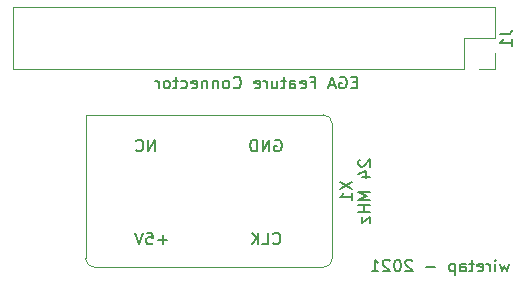
<source format=gbr>
%TF.GenerationSoftware,KiCad,Pcbnew,(5.1.6)-1*%
%TF.CreationDate,2021-02-24T14:20:05-05:00*%
%TF.ProjectId,Super EGA-120,53757065-7220-4454-9741-2d3132302e6b,rev?*%
%TF.SameCoordinates,Original*%
%TF.FileFunction,Legend,Bot*%
%TF.FilePolarity,Positive*%
%FSLAX46Y46*%
G04 Gerber Fmt 4.6, Leading zero omitted, Abs format (unit mm)*
G04 Created by KiCad (PCBNEW (5.1.6)-1) date 2021-02-24 14:20:05*
%MOMM*%
%LPD*%
G01*
G04 APERTURE LIST*
%ADD10C,0.150000*%
%ADD11C,0.120000*%
G04 APERTURE END LIST*
D10*
X168393333Y-107481714D02*
X168202857Y-108148380D01*
X168012380Y-107672190D01*
X167821904Y-108148380D01*
X167631428Y-107481714D01*
X167250476Y-108148380D02*
X167250476Y-107481714D01*
X167250476Y-107148380D02*
X167298095Y-107196000D01*
X167250476Y-107243619D01*
X167202857Y-107196000D01*
X167250476Y-107148380D01*
X167250476Y-107243619D01*
X166774285Y-108148380D02*
X166774285Y-107481714D01*
X166774285Y-107672190D02*
X166726666Y-107576952D01*
X166679047Y-107529333D01*
X166583809Y-107481714D01*
X166488571Y-107481714D01*
X165774285Y-108100761D02*
X165869523Y-108148380D01*
X166060000Y-108148380D01*
X166155238Y-108100761D01*
X166202857Y-108005523D01*
X166202857Y-107624571D01*
X166155238Y-107529333D01*
X166060000Y-107481714D01*
X165869523Y-107481714D01*
X165774285Y-107529333D01*
X165726666Y-107624571D01*
X165726666Y-107719809D01*
X166202857Y-107815047D01*
X165440952Y-107481714D02*
X165060000Y-107481714D01*
X165298095Y-107148380D02*
X165298095Y-108005523D01*
X165250476Y-108100761D01*
X165155238Y-108148380D01*
X165060000Y-108148380D01*
X164298095Y-108148380D02*
X164298095Y-107624571D01*
X164345714Y-107529333D01*
X164440952Y-107481714D01*
X164631428Y-107481714D01*
X164726666Y-107529333D01*
X164298095Y-108100761D02*
X164393333Y-108148380D01*
X164631428Y-108148380D01*
X164726666Y-108100761D01*
X164774285Y-108005523D01*
X164774285Y-107910285D01*
X164726666Y-107815047D01*
X164631428Y-107767428D01*
X164393333Y-107767428D01*
X164298095Y-107719809D01*
X163821904Y-107481714D02*
X163821904Y-108481714D01*
X163821904Y-107529333D02*
X163726666Y-107481714D01*
X163536190Y-107481714D01*
X163440952Y-107529333D01*
X163393333Y-107576952D01*
X163345714Y-107672190D01*
X163345714Y-107957904D01*
X163393333Y-108053142D01*
X163440952Y-108100761D01*
X163536190Y-108148380D01*
X163726666Y-108148380D01*
X163821904Y-108100761D01*
X162155238Y-107767428D02*
X161393333Y-107767428D01*
X160202857Y-107243619D02*
X160155238Y-107196000D01*
X160060000Y-107148380D01*
X159821904Y-107148380D01*
X159726666Y-107196000D01*
X159679047Y-107243619D01*
X159631428Y-107338857D01*
X159631428Y-107434095D01*
X159679047Y-107576952D01*
X160250476Y-108148380D01*
X159631428Y-108148380D01*
X159012380Y-107148380D02*
X158917142Y-107148380D01*
X158821904Y-107196000D01*
X158774285Y-107243619D01*
X158726666Y-107338857D01*
X158679047Y-107529333D01*
X158679047Y-107767428D01*
X158726666Y-107957904D01*
X158774285Y-108053142D01*
X158821904Y-108100761D01*
X158917142Y-108148380D01*
X159012380Y-108148380D01*
X159107619Y-108100761D01*
X159155238Y-108053142D01*
X159202857Y-107957904D01*
X159250476Y-107767428D01*
X159250476Y-107529333D01*
X159202857Y-107338857D01*
X159155238Y-107243619D01*
X159107619Y-107196000D01*
X159012380Y-107148380D01*
X158298095Y-107243619D02*
X158250476Y-107196000D01*
X158155238Y-107148380D01*
X157917142Y-107148380D01*
X157821904Y-107196000D01*
X157774285Y-107243619D01*
X157726666Y-107338857D01*
X157726666Y-107434095D01*
X157774285Y-107576952D01*
X158345714Y-108148380D01*
X157726666Y-108148380D01*
X156774285Y-108148380D02*
X157345714Y-108148380D01*
X157060000Y-108148380D02*
X157060000Y-107148380D01*
X157155238Y-107291238D01*
X157250476Y-107386476D01*
X157345714Y-107434095D01*
X155757619Y-98703142D02*
X155710000Y-98750761D01*
X155662380Y-98846000D01*
X155662380Y-99084095D01*
X155710000Y-99179333D01*
X155757619Y-99226952D01*
X155852857Y-99274571D01*
X155948095Y-99274571D01*
X156090952Y-99226952D01*
X156662380Y-98655523D01*
X156662380Y-99274571D01*
X155995714Y-100131714D02*
X156662380Y-100131714D01*
X155614761Y-99893619D02*
X156329047Y-99655523D01*
X156329047Y-100274571D01*
X156662380Y-101417428D02*
X155662380Y-101417428D01*
X156376666Y-101750761D01*
X155662380Y-102084095D01*
X156662380Y-102084095D01*
X156662380Y-102560285D02*
X155662380Y-102560285D01*
X156138571Y-102560285D02*
X156138571Y-103131714D01*
X156662380Y-103131714D02*
X155662380Y-103131714D01*
X155995714Y-103512666D02*
X155995714Y-104036476D01*
X156662380Y-103512666D01*
X156662380Y-104036476D01*
X155518380Y-92130571D02*
X155185047Y-92130571D01*
X155042190Y-92654380D02*
X155518380Y-92654380D01*
X155518380Y-91654380D01*
X155042190Y-91654380D01*
X154089809Y-91702000D02*
X154185047Y-91654380D01*
X154327904Y-91654380D01*
X154470761Y-91702000D01*
X154566000Y-91797238D01*
X154613619Y-91892476D01*
X154661238Y-92082952D01*
X154661238Y-92225809D01*
X154613619Y-92416285D01*
X154566000Y-92511523D01*
X154470761Y-92606761D01*
X154327904Y-92654380D01*
X154232666Y-92654380D01*
X154089809Y-92606761D01*
X154042190Y-92559142D01*
X154042190Y-92225809D01*
X154232666Y-92225809D01*
X153661238Y-92368666D02*
X153185047Y-92368666D01*
X153756476Y-92654380D02*
X153423142Y-91654380D01*
X153089809Y-92654380D01*
X151661238Y-92130571D02*
X151994571Y-92130571D01*
X151994571Y-92654380D02*
X151994571Y-91654380D01*
X151518380Y-91654380D01*
X150756476Y-92606761D02*
X150851714Y-92654380D01*
X151042190Y-92654380D01*
X151137428Y-92606761D01*
X151185047Y-92511523D01*
X151185047Y-92130571D01*
X151137428Y-92035333D01*
X151042190Y-91987714D01*
X150851714Y-91987714D01*
X150756476Y-92035333D01*
X150708857Y-92130571D01*
X150708857Y-92225809D01*
X151185047Y-92321047D01*
X149851714Y-92654380D02*
X149851714Y-92130571D01*
X149899333Y-92035333D01*
X149994571Y-91987714D01*
X150185047Y-91987714D01*
X150280285Y-92035333D01*
X149851714Y-92606761D02*
X149946952Y-92654380D01*
X150185047Y-92654380D01*
X150280285Y-92606761D01*
X150327904Y-92511523D01*
X150327904Y-92416285D01*
X150280285Y-92321047D01*
X150185047Y-92273428D01*
X149946952Y-92273428D01*
X149851714Y-92225809D01*
X149518380Y-91987714D02*
X149137428Y-91987714D01*
X149375523Y-91654380D02*
X149375523Y-92511523D01*
X149327904Y-92606761D01*
X149232666Y-92654380D01*
X149137428Y-92654380D01*
X148375523Y-91987714D02*
X148375523Y-92654380D01*
X148804095Y-91987714D02*
X148804095Y-92511523D01*
X148756476Y-92606761D01*
X148661238Y-92654380D01*
X148518380Y-92654380D01*
X148423142Y-92606761D01*
X148375523Y-92559142D01*
X147899333Y-92654380D02*
X147899333Y-91987714D01*
X147899333Y-92178190D02*
X147851714Y-92082952D01*
X147804095Y-92035333D01*
X147708857Y-91987714D01*
X147613619Y-91987714D01*
X146899333Y-92606761D02*
X146994571Y-92654380D01*
X147185047Y-92654380D01*
X147280285Y-92606761D01*
X147327904Y-92511523D01*
X147327904Y-92130571D01*
X147280285Y-92035333D01*
X147185047Y-91987714D01*
X146994571Y-91987714D01*
X146899333Y-92035333D01*
X146851714Y-92130571D01*
X146851714Y-92225809D01*
X147327904Y-92321047D01*
X145089809Y-92559142D02*
X145137428Y-92606761D01*
X145280285Y-92654380D01*
X145375523Y-92654380D01*
X145518380Y-92606761D01*
X145613619Y-92511523D01*
X145661238Y-92416285D01*
X145708857Y-92225809D01*
X145708857Y-92082952D01*
X145661238Y-91892476D01*
X145613619Y-91797238D01*
X145518380Y-91702000D01*
X145375523Y-91654380D01*
X145280285Y-91654380D01*
X145137428Y-91702000D01*
X145089809Y-91749619D01*
X144518380Y-92654380D02*
X144613619Y-92606761D01*
X144661238Y-92559142D01*
X144708857Y-92463904D01*
X144708857Y-92178190D01*
X144661238Y-92082952D01*
X144613619Y-92035333D01*
X144518380Y-91987714D01*
X144375523Y-91987714D01*
X144280285Y-92035333D01*
X144232666Y-92082952D01*
X144185047Y-92178190D01*
X144185047Y-92463904D01*
X144232666Y-92559142D01*
X144280285Y-92606761D01*
X144375523Y-92654380D01*
X144518380Y-92654380D01*
X143756476Y-91987714D02*
X143756476Y-92654380D01*
X143756476Y-92082952D02*
X143708857Y-92035333D01*
X143613619Y-91987714D01*
X143470761Y-91987714D01*
X143375523Y-92035333D01*
X143327904Y-92130571D01*
X143327904Y-92654380D01*
X142851714Y-91987714D02*
X142851714Y-92654380D01*
X142851714Y-92082952D02*
X142804095Y-92035333D01*
X142708857Y-91987714D01*
X142566000Y-91987714D01*
X142470761Y-92035333D01*
X142423142Y-92130571D01*
X142423142Y-92654380D01*
X141566000Y-92606761D02*
X141661238Y-92654380D01*
X141851714Y-92654380D01*
X141946952Y-92606761D01*
X141994571Y-92511523D01*
X141994571Y-92130571D01*
X141946952Y-92035333D01*
X141851714Y-91987714D01*
X141661238Y-91987714D01*
X141566000Y-92035333D01*
X141518380Y-92130571D01*
X141518380Y-92225809D01*
X141994571Y-92321047D01*
X140661238Y-92606761D02*
X140756476Y-92654380D01*
X140946952Y-92654380D01*
X141042190Y-92606761D01*
X141089809Y-92559142D01*
X141137428Y-92463904D01*
X141137428Y-92178190D01*
X141089809Y-92082952D01*
X141042190Y-92035333D01*
X140946952Y-91987714D01*
X140756476Y-91987714D01*
X140661238Y-92035333D01*
X140375523Y-91987714D02*
X139994571Y-91987714D01*
X140232666Y-91654380D02*
X140232666Y-92511523D01*
X140185047Y-92606761D01*
X140089809Y-92654380D01*
X139994571Y-92654380D01*
X139518380Y-92654380D02*
X139613619Y-92606761D01*
X139661238Y-92559142D01*
X139708857Y-92463904D01*
X139708857Y-92178190D01*
X139661238Y-92082952D01*
X139613619Y-92035333D01*
X139518380Y-91987714D01*
X139375523Y-91987714D01*
X139280285Y-92035333D01*
X139232666Y-92082952D01*
X139185047Y-92178190D01*
X139185047Y-92463904D01*
X139232666Y-92559142D01*
X139280285Y-92606761D01*
X139375523Y-92654380D01*
X139518380Y-92654380D01*
X138756476Y-92654380D02*
X138756476Y-91987714D01*
X138756476Y-92178190D02*
X138708857Y-92082952D01*
X138661238Y-92035333D01*
X138566000Y-91987714D01*
X138470761Y-91987714D01*
X139461714Y-105481428D02*
X138699809Y-105481428D01*
X139080761Y-105862380D02*
X139080761Y-105100476D01*
X137747428Y-104862380D02*
X138223619Y-104862380D01*
X138271238Y-105338571D01*
X138223619Y-105290952D01*
X138128380Y-105243333D01*
X137890285Y-105243333D01*
X137795047Y-105290952D01*
X137747428Y-105338571D01*
X137699809Y-105433809D01*
X137699809Y-105671904D01*
X137747428Y-105767142D01*
X137795047Y-105814761D01*
X137890285Y-105862380D01*
X138128380Y-105862380D01*
X138223619Y-105814761D01*
X138271238Y-105767142D01*
X137414095Y-104862380D02*
X137080761Y-105862380D01*
X136747428Y-104862380D01*
X148423238Y-105767142D02*
X148470857Y-105814761D01*
X148613714Y-105862380D01*
X148708952Y-105862380D01*
X148851809Y-105814761D01*
X148947047Y-105719523D01*
X148994666Y-105624285D01*
X149042285Y-105433809D01*
X149042285Y-105290952D01*
X148994666Y-105100476D01*
X148947047Y-105005238D01*
X148851809Y-104910000D01*
X148708952Y-104862380D01*
X148613714Y-104862380D01*
X148470857Y-104910000D01*
X148423238Y-104957619D01*
X147518476Y-105862380D02*
X147994666Y-105862380D01*
X147994666Y-104862380D01*
X147185142Y-105862380D02*
X147185142Y-104862380D01*
X146613714Y-105862380D02*
X147042285Y-105290952D01*
X146613714Y-104862380D02*
X147185142Y-105433809D01*
X138453714Y-97988380D02*
X138453714Y-96988380D01*
X137882285Y-97988380D01*
X137882285Y-96988380D01*
X136834666Y-97893142D02*
X136882285Y-97940761D01*
X137025142Y-97988380D01*
X137120380Y-97988380D01*
X137263238Y-97940761D01*
X137358476Y-97845523D01*
X137406095Y-97750285D01*
X137453714Y-97559809D01*
X137453714Y-97416952D01*
X137406095Y-97226476D01*
X137358476Y-97131238D01*
X137263238Y-97036000D01*
X137120380Y-96988380D01*
X137025142Y-96988380D01*
X136882285Y-97036000D01*
X136834666Y-97083619D01*
X148589904Y-97036000D02*
X148685142Y-96988380D01*
X148828000Y-96988380D01*
X148970857Y-97036000D01*
X149066095Y-97131238D01*
X149113714Y-97226476D01*
X149161333Y-97416952D01*
X149161333Y-97559809D01*
X149113714Y-97750285D01*
X149066095Y-97845523D01*
X148970857Y-97940761D01*
X148828000Y-97988380D01*
X148732761Y-97988380D01*
X148589904Y-97940761D01*
X148542285Y-97893142D01*
X148542285Y-97559809D01*
X148732761Y-97559809D01*
X148113714Y-97988380D02*
X148113714Y-96988380D01*
X147542285Y-97988380D01*
X147542285Y-96988380D01*
X147066095Y-97988380D02*
X147066095Y-96988380D01*
X146828000Y-96988380D01*
X146685142Y-97036000D01*
X146589904Y-97131238D01*
X146542285Y-97226476D01*
X146494666Y-97416952D01*
X146494666Y-97559809D01*
X146542285Y-97750285D01*
X146589904Y-97845523D01*
X146685142Y-97940761D01*
X146828000Y-97988380D01*
X147066095Y-97988380D01*
D11*
%TO.C,J1*%
X167192000Y-90992000D02*
X167192000Y-89662000D01*
X165862000Y-90992000D02*
X167192000Y-90992000D01*
X167192000Y-88392000D02*
X167192000Y-85792000D01*
X164592000Y-88392000D02*
X167192000Y-88392000D01*
X164592000Y-90992000D02*
X164592000Y-88392000D01*
X167192000Y-85792000D02*
X126432000Y-85792000D01*
X164592000Y-90992000D02*
X126432000Y-90992000D01*
X126432000Y-90992000D02*
X126432000Y-85792000D01*
%TO.C,X1*%
X132552000Y-94896000D02*
X152702000Y-94896000D01*
X153452000Y-95646000D02*
X153452000Y-107046000D01*
X152702000Y-107796000D02*
X133302000Y-107796000D01*
X132552000Y-107046000D02*
X132552000Y-94896000D01*
X152702000Y-94896000D02*
G75*
G02*
X153452000Y-95646000I0J-750000D01*
G01*
X153452000Y-107046000D02*
G75*
G02*
X152702000Y-107796000I-750000J0D01*
G01*
X133302000Y-107796000D02*
G75*
G02*
X132552000Y-107046000I0J750000D01*
G01*
%TO.C,J1*%
D10*
X167644380Y-88058666D02*
X168358666Y-88058666D01*
X168501523Y-88011047D01*
X168596761Y-87915809D01*
X168644380Y-87772952D01*
X168644380Y-87677714D01*
X168644380Y-89058666D02*
X168644380Y-88487238D01*
X168644380Y-88772952D02*
X167644380Y-88772952D01*
X167787238Y-88677714D01*
X167882476Y-88582476D01*
X167930095Y-88487238D01*
%TO.C,X1*%
X154138380Y-100536476D02*
X155138380Y-101203142D01*
X154138380Y-101203142D02*
X155138380Y-100536476D01*
X155138380Y-102107904D02*
X155138380Y-101536476D01*
X155138380Y-101822190D02*
X154138380Y-101822190D01*
X154281238Y-101726952D01*
X154376476Y-101631714D01*
X154424095Y-101536476D01*
%TD*%
M02*

</source>
